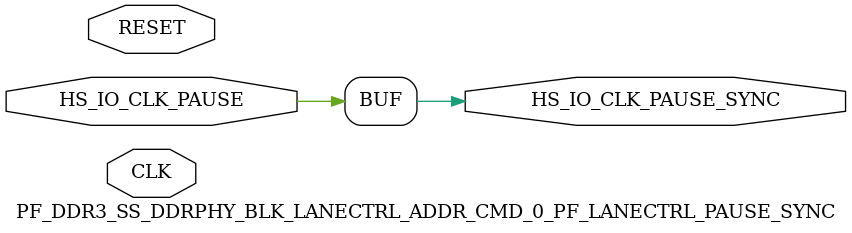
<source format=v>


module PF_DDR3_SS_DDRPHY_BLK_LANECTRL_ADDR_CMD_0_PF_LANECTRL_PAUSE_SYNC( CLK, RESET, HS_IO_CLK_PAUSE, HS_IO_CLK_PAUSE_SYNC );
	
	input CLK, RESET, HS_IO_CLK_PAUSE;
	output HS_IO_CLK_PAUSE_SYNC;

	parameter ENABLE_PAUSE_EXTENSION = 2'b00;

	reg pause_reg_0, pause_reg_1, pause;
	wire pause_sync_0_i;

	generate 
		if( ENABLE_PAUSE_EXTENSION == 3'b000 ) begin : feed
			assign HS_IO_CLK_PAUSE_SYNC = HS_IO_CLK_PAUSE;
		end else if( ENABLE_PAUSE_EXTENSION == 3'b001 ) begin : pipe
			(* HS_IO_CLK_PAUSE_SYNC = 1, syn_keep = 1 *) SLE pause_sync_0(
				.CLK( CLK ),
				.D( HS_IO_CLK_PAUSE ),
				.Q( pause_sync_0_i ),
				.LAT( 1'b0 ),
				.EN( 1'b1 ),
				.ALn( ~RESET ),
				.ADn( 1'b1 ),
				.SLn( 1'b1 ),
				.SD( 1'b0 )
				);

			(* HS_IO_CLK_PAUSE_SYNC = 1, syn_keep = 1 *) SLE pause_sync (
				.CLK( CLK ),
				.D( pause_sync_0_i ),
				.Q( HS_IO_CLK_PAUSE_SYNC ),
				.LAT( 1'b0 ),
				.EN( 1'b1 ),
				.ALn( ~RESET ),
				.ADn( 1'b1 ),
				.SLn( 1'b1 ),
				.SD( 1'b0 )
				);
		end else if ( ENABLE_PAUSE_EXTENSION == 3'b010 ) begin : ext_pipe
			always @(posedge CLK or posedge RESET) begin : ext
				if( RESET == 1'b1 ) begin
					pause_reg_0 <= 1'b0;
					pause_reg_1 <= 1'b0;
					pause <= 1'b0;
				end else begin
					pause_reg_0 <= HS_IO_CLK_PAUSE;
					pause_reg_1 <= pause_reg_0;
					if( HS_IO_CLK_PAUSE == 1'b0 && pause_reg_0 ==1'b1 && pause_reg_1 == 1'b0 )
						pause <= 1'b1; // Extend by 1 cycle if the pulse is less than a cycle
					else
						pause <= HS_IO_CLK_PAUSE;
				end
			end

			(* HS_IO_CLK_PAUSE_SYNC = 1, syn_keep = 1 *) SLE pause_sync (
				.CLK( CLK ),
				.D( pause ),
				.Q( HS_IO_CLK_PAUSE_SYNC ),
				.LAT( 1'b0 ),
				.EN( 1'b1 ),
				.ALn( ~RESET ),
				.ADn( 1'b1 ),
				.SLn( 1'b1 ),
				.SD( 1'b0 )
				);
		end else if ( ENABLE_PAUSE_EXTENSION == 3'b011 ) begin : pipe_fall 
			(* HS_IO_CLK_PAUSE_SYNC = 1, syn_keep = 1 *) SLE pause_sync_0 (
				.CLK( CLK ),
				.D( HS_IO_CLK_PAUSE ),
				.Q( pause_sync_0_i ),
				.LAT( 1'b0 ),
				.EN( 1'b1 ),
				.ALn( ~RESET ),
				.ADn( 1'b1 ),
				.SLn( 1'b1 ),
				.SD( 1'b0 )
				);

			(* HS_IO_CLK_PAUSE_SYNC = 1, syn_keep = 1 *) SLE pause_sync (
				.CLK( ~CLK ),
				.D( pause_sync_0_i ),
				.Q( HS_IO_CLK_PAUSE_SYNC ),
				.LAT( 1'b0 ),
				.EN( 1'b1 ),
				.ALn( ~RESET ),
				.ADn( 1'b1 ),
				.SLn( 1'b1 ),
				.SD( 1'b0 )
				);
		end else if ( ENABLE_PAUSE_EXTENSION == 3'b100 ) begin : ext_pipe_fall 
			always @(posedge CLK or posedge RESET) begin : ext
				if( RESET == 1'b1 ) begin
					pause_reg_0 <= 1'b0;
					pause_reg_1 <= 1'b0;
					pause <= 1'b0;
				end else begin
					pause_reg_0 <= HS_IO_CLK_PAUSE;
					pause_reg_1 <= pause_reg_0;
					if( HS_IO_CLK_PAUSE == 1'b0 && pause_reg_0 ==1'b1 && pause_reg_1 == 1'b0 )
						pause <= 1'b1; // Extend by 1 cycle if the pulse is less than a cycle
					else
						pause <= HS_IO_CLK_PAUSE;
				end
			end

			(* HS_IO_CLK_PAUSE_SYNC = 1, syn_keep = 1 *) SLE pause_sync (
				.CLK( ~CLK ),
				.D( pause ),
				.Q( HS_IO_CLK_PAUSE_SYNC ),
				.LAT( 1'b0 ),
				.EN( 1'b1 ),
				.ALn( ~RESET ),
				.ADn( 1'b1 ),
				.SLn( 1'b1 ),
				.SD( 1'b0 )
				);
		end
	endgenerate

endmodule
</source>
